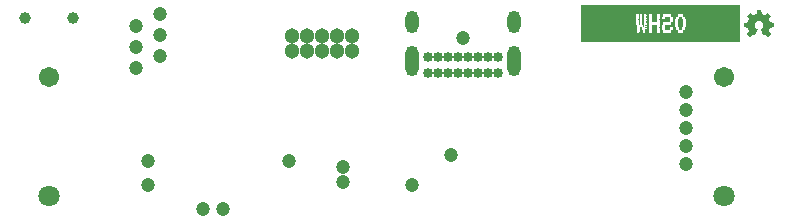
<source format=gbs>
G04*
G04 #@! TF.GenerationSoftware,Altium Limited,Altium Designer,19.1.5 (86)*
G04*
G04 Layer_Color=16711935*
%FSLAX25Y25*%
%MOIN*%
G70*
G01*
G75*
%ADD65C,0.03359*%
%ADD66O,0.04343X0.10249*%
%ADD67O,0.04343X0.07493*%
%ADD68C,0.05131*%
%ADD69C,0.06706*%
%ADD70C,0.07099*%
%ADD71C,0.03950*%
%ADD113C,0.04737*%
G36*
X286471Y204159D02*
X286486Y204122D01*
X286485Y204122D01*
X286712Y202939D01*
X286727Y202902D01*
X286751Y202892D01*
X287742Y202482D01*
X287766Y202471D01*
X287803Y202486D01*
X287802Y202488D01*
X288799Y203164D01*
X288836Y203179D01*
X288885Y203159D01*
Y203159D01*
X288881Y203155D01*
X289737Y202306D01*
X289757Y202257D01*
X289742Y202221D01*
X289741Y202222D01*
X289065Y201224D01*
X289050Y201188D01*
X289060Y201164D01*
X289471Y200172D01*
X289481Y200148D01*
X289517Y200133D01*
X289517Y200134D01*
X290701Y199907D01*
X290737Y199892D01*
X290757Y199844D01*
X290752D01*
X290757Y198638D01*
Y198638D01*
X290737Y198589D01*
X290701Y198574D01*
X290701Y198575D01*
X289517Y198348D01*
X289481Y198333D01*
X289471Y198309D01*
X289060Y197318D01*
X289050Y197293D01*
X289065Y197257D01*
X289066Y197257D01*
X289742Y196260D01*
X289757Y196224D01*
X289737Y196175D01*
X289734Y196179D01*
X288885Y195322D01*
X288836Y195302D01*
X288799Y195317D01*
X288800Y195318D01*
X287803Y195995D01*
X287766Y196010D01*
X287742Y196000D01*
X287288Y195812D01*
X287264Y195802D01*
X287215Y195822D01*
X287205Y195846D01*
X287205D01*
X286369Y197893D01*
X286360Y197917D01*
X286380Y197966D01*
X286402Y197975D01*
X286409Y197959D01*
X286824Y198236D01*
X287132Y198697D01*
X287240Y199241D01*
X287132Y199784D01*
X286824Y200245D01*
X286363Y200553D01*
X285819Y200661D01*
X285275Y200553D01*
X284814Y200245D01*
X284506Y199784D01*
X284398Y199241D01*
X284506Y198697D01*
X284814Y198236D01*
X285229Y197959D01*
X285236Y197975D01*
X285259Y197966D01*
X285279Y197917D01*
X285269Y197893D01*
X285269D01*
X284433Y195846D01*
X284423Y195822D01*
X284374Y195802D01*
X284350Y195812D01*
X283896Y196000D01*
X283872Y196010D01*
X283835Y195995D01*
X283836Y195994D01*
X282839Y195317D01*
X282802Y195302D01*
X282754Y195322D01*
X282757Y195326D01*
X281901Y196175D01*
X281881Y196224D01*
X281896Y196260D01*
X281897Y196259D01*
X282573Y197257D01*
X282588Y197293D01*
X282578Y197318D01*
X282168Y198309D01*
X282158Y198333D01*
X282121Y198348D01*
X282121Y198347D01*
X280938Y198574D01*
X280901Y198589D01*
X280881Y198638D01*
Y198638D01*
X280886Y198638D01*
X280881Y199844D01*
X280901Y199892D01*
X280938Y199907D01*
X280938Y199906D01*
X282121Y200133D01*
X282158Y200148D01*
X282168Y200172D01*
X282578Y201164D01*
X282588Y201188D01*
X282573Y201224D01*
X282572Y201224D01*
X281896Y202221D01*
X281881Y202257D01*
X281901Y202306D01*
X281905Y202302D01*
X282754Y203159D01*
X282802Y203179D01*
X282839Y203164D01*
X282838Y203163D01*
X283835Y202486D01*
X283872Y202471D01*
X283896Y202482D01*
X284887Y202892D01*
X284911Y202902D01*
X284927Y202939D01*
X284925Y202939D01*
X285152Y204122D01*
X285167Y204159D01*
X285216Y204179D01*
Y204174D01*
X286422Y204179D01*
X286471Y204159D01*
D02*
G37*
G36*
X279520Y193500D02*
X226519D01*
Y206000D01*
X279520D01*
Y193500D01*
D02*
G37*
%LPC*%
G36*
X257008Y202812D02*
X253898D01*
Y202805D01*
X253891Y202779D01*
X253885Y202741D01*
X253878Y202689D01*
X253872Y202630D01*
X253865Y202553D01*
X253859Y202468D01*
Y202371D01*
Y202358D01*
Y202332D01*
Y202280D01*
X253865Y202222D01*
Y202157D01*
X253872Y202080D01*
X253885Y202008D01*
X253898Y201937D01*
X253463D01*
Y201930D01*
X253457Y201905D01*
X253450Y201866D01*
X253437Y201814D01*
X253431Y201756D01*
X253425Y201678D01*
X253418Y201594D01*
Y202812D01*
Y201406D01*
X253425Y201347D01*
X253431Y201283D01*
X253437Y201205D01*
X253450Y201133D01*
X253463Y201062D01*
X254338D01*
Y201069D01*
X254345Y201095D01*
X254351Y201133D01*
X254358Y201185D01*
X254371Y201250D01*
X254377Y201321D01*
X254384Y201406D01*
Y201496D01*
Y201509D01*
Y201542D01*
Y201587D01*
X254377Y201652D01*
X254371Y201723D01*
X254364Y201794D01*
X254351Y201866D01*
X254338Y201937D01*
X256088D01*
Y201930D01*
X256081Y201905D01*
X256075Y201866D01*
X256062Y201814D01*
X256055Y201756D01*
X256049Y201678D01*
X256043Y201594D01*
Y201496D01*
Y201483D01*
Y201458D01*
Y201406D01*
X256049Y201347D01*
X256055Y201283D01*
X256062Y201205D01*
X256075Y201133D01*
X256088Y201062D01*
Y201056D01*
X256081Y201030D01*
X256075Y200991D01*
X256062Y200939D01*
X256055Y200881D01*
X256049Y200803D01*
X256043Y200719D01*
Y200622D01*
Y200609D01*
Y200583D01*
Y200531D01*
X256049Y200472D01*
X256055Y200408D01*
X256062Y200330D01*
X256075Y200259D01*
X256088Y200187D01*
X253898D01*
Y200181D01*
X253891Y200155D01*
X253885Y200116D01*
X253878Y200064D01*
X253872Y200006D01*
X253865Y199928D01*
X253859Y199844D01*
Y199747D01*
Y199734D01*
Y199708D01*
Y199656D01*
X253865Y199598D01*
Y199533D01*
X253872Y199455D01*
X253885Y199384D01*
X253898Y199313D01*
X253463D01*
Y199306D01*
X253457Y199280D01*
X253450Y199241D01*
X253437Y199189D01*
X253431Y199131D01*
X253425Y199053D01*
X253418Y198969D01*
Y198094D01*
Y198781D01*
X253425Y198723D01*
X253431Y198658D01*
X253437Y198580D01*
X253450Y198509D01*
X253463Y198438D01*
Y198431D01*
X253457Y198405D01*
X253450Y198366D01*
X253437Y198315D01*
X253431Y198256D01*
X253425Y198179D01*
X253418Y198094D01*
Y196688D01*
Y197906D01*
X253425Y197848D01*
X253431Y197783D01*
X253437Y197706D01*
X253450Y197634D01*
X253463Y197563D01*
X253898D01*
Y197556D01*
X253891Y197531D01*
X253885Y197492D01*
X253878Y197440D01*
X253872Y197382D01*
X253865Y197304D01*
X253859Y197220D01*
Y197122D01*
Y197109D01*
Y197083D01*
Y197032D01*
X253865Y196973D01*
Y196908D01*
X253872Y196831D01*
X253885Y196759D01*
X253898Y196688D01*
X253418D01*
X256522D01*
Y196695D01*
X256528Y196721D01*
X256535Y196759D01*
X256541Y196811D01*
X256554Y196876D01*
X256561Y196947D01*
X256567Y197032D01*
Y197122D01*
Y197135D01*
Y197168D01*
Y197213D01*
X256561Y197278D01*
X256554Y197349D01*
X256548Y197420D01*
X256535Y197492D01*
X256522Y197563D01*
X256963D01*
Y197570D01*
X256969Y197595D01*
X256976Y197634D01*
X256982Y197686D01*
X256995Y197751D01*
X257001Y197822D01*
X257008Y197906D01*
Y198088D01*
X257001Y198153D01*
X256995Y198224D01*
X256989Y198295D01*
X256976Y198366D01*
X256963Y198438D01*
X256088D01*
Y198431D01*
X256081Y198405D01*
X256075Y198366D01*
X256062Y198315D01*
X256055Y198256D01*
X256049Y198179D01*
X256043Y198094D01*
Y197997D01*
Y197984D01*
Y197958D01*
Y197906D01*
X256049Y197848D01*
X256055Y197783D01*
X256062Y197706D01*
X256075Y197634D01*
X256088Y197563D01*
X254338D01*
Y197570D01*
X254345Y197595D01*
X254351Y197634D01*
X254358Y197686D01*
X254371Y197751D01*
X254377Y197822D01*
X254384Y197906D01*
Y197997D01*
Y198010D01*
Y198043D01*
Y198088D01*
X254377Y198153D01*
X254371Y198224D01*
X254364Y198295D01*
X254351Y198366D01*
X254338Y198438D01*
Y198444D01*
X254345Y198470D01*
X254351Y198509D01*
X254358Y198561D01*
X254371Y198626D01*
X254377Y198697D01*
X254384Y198781D01*
Y198872D01*
Y198885D01*
Y198917D01*
Y198963D01*
X254377Y199028D01*
X254371Y199099D01*
X254364Y199170D01*
X254351Y199241D01*
X254338Y199313D01*
X256522D01*
Y199319D01*
X256528Y199345D01*
X256535Y199384D01*
X256541Y199436D01*
X256554Y199501D01*
X256561Y199572D01*
X256567Y199656D01*
Y199747D01*
Y199760D01*
Y199792D01*
Y199838D01*
X256561Y199902D01*
X256554Y199974D01*
X256548Y200045D01*
X256535Y200116D01*
X256522Y200187D01*
X256963D01*
Y200194D01*
X256969Y200220D01*
X256976Y200259D01*
X256982Y200310D01*
X256995Y200375D01*
X257001Y200447D01*
X257008Y200531D01*
Y200712D01*
X257001Y200777D01*
X256995Y200848D01*
X256989Y200920D01*
X256976Y200991D01*
X256963Y201062D01*
Y201069D01*
X256969Y201095D01*
X256976Y201133D01*
X256982Y201185D01*
X256995Y201250D01*
X257001Y201321D01*
X257008Y201406D01*
Y201185D01*
Y201587D01*
X257001Y201652D01*
X256995Y201723D01*
X256989Y201794D01*
X256976Y201866D01*
X256963Y201937D01*
X256522D01*
Y201943D01*
X256528Y201969D01*
X256535Y202008D01*
X256541Y202060D01*
X256554Y202125D01*
X256561Y202196D01*
X256567Y202280D01*
Y202371D01*
Y202384D01*
Y202416D01*
Y202462D01*
X256561Y202527D01*
X256554Y202598D01*
X256548Y202669D01*
X256535Y202741D01*
X256522Y202812D01*
X257008D01*
D02*
G37*
G36*
X252634D02*
X249044Y202812D01*
X249089D01*
Y202805D01*
X249083Y202779D01*
X249077Y202741D01*
X249063Y202689D01*
X249057Y202630D01*
X249050Y202553D01*
X249044Y202468D01*
Y201406D01*
X249050Y201347D01*
X249057Y201283D01*
X249063Y201205D01*
X249077Y201133D01*
X249089Y201062D01*
Y201056D01*
X249083Y201030D01*
X249077Y200991D01*
X249063Y200939D01*
X249057Y200881D01*
X249050Y200803D01*
X249044Y200719D01*
Y199902D01*
Y200531D01*
X249050Y200472D01*
X249057Y200408D01*
X249063Y200330D01*
X249077Y200259D01*
X249089Y200187D01*
Y200181D01*
X249083Y200155D01*
X249077Y200116D01*
X249063Y200064D01*
X249057Y200006D01*
X249050Y199928D01*
X249044Y199844D01*
Y199656D01*
X249050Y199598D01*
X249057Y199533D01*
X249063Y199455D01*
X249077Y199384D01*
X249089Y199313D01*
Y199306D01*
X249083Y199280D01*
X249077Y199241D01*
X249063Y199189D01*
X249057Y199131D01*
X249050Y199053D01*
X249044Y198969D01*
Y198153D01*
Y198781D01*
X249050Y198723D01*
X249057Y198658D01*
X249063Y198580D01*
X249077Y198509D01*
X249089Y198438D01*
Y198431D01*
X249083Y198405D01*
X249077Y198366D01*
X249063Y198315D01*
X249057Y198256D01*
X249050Y198179D01*
X249044Y198094D01*
Y197634D01*
Y197906D01*
X249050Y197848D01*
X249057Y197783D01*
X249063Y197705D01*
X249077Y197634D01*
X249089Y197563D01*
Y197556D01*
X249083Y197531D01*
X249077Y197492D01*
X249063Y197440D01*
X249057Y197381D01*
X249050Y197304D01*
X249044Y197220D01*
Y197304D01*
Y197032D01*
X249050Y196973D01*
X249057Y196908D01*
X249063Y196831D01*
X249077Y196759D01*
X249089Y196688D01*
X249964D01*
Y196695D01*
X249971Y196721D01*
X249977Y196759D01*
X249984Y196811D01*
X249997Y196876D01*
X250003Y196947D01*
X250010Y197032D01*
Y197122D01*
Y197135D01*
Y197168D01*
Y197213D01*
X250003Y197278D01*
X249997Y197349D01*
X249990Y197420D01*
X249977Y197492D01*
X249964Y197563D01*
Y197570D01*
X249971Y197595D01*
X249977Y197634D01*
X249984Y197686D01*
X249997Y197751D01*
X250003Y197822D01*
X250010Y197906D01*
Y197997D01*
Y198010D01*
Y198043D01*
Y198088D01*
X250003Y198153D01*
X249997Y198224D01*
X249990Y198295D01*
X249977Y198366D01*
X249964Y198438D01*
Y198444D01*
X249971Y198470D01*
X249977Y198509D01*
X249984Y198561D01*
X249997Y198626D01*
X250003Y198697D01*
X250010Y198781D01*
Y198872D01*
Y198885D01*
Y198917D01*
Y198963D01*
X250003Y199028D01*
X249997Y199099D01*
X249990Y199170D01*
X249977Y199241D01*
X249964Y199313D01*
X251714Y199313D01*
Y199306D01*
X251707Y199280D01*
X251701Y199241D01*
X251688Y199189D01*
X251681Y199131D01*
X251675Y199053D01*
X251669Y198969D01*
Y198872D01*
Y198859D01*
Y198833D01*
Y198781D01*
X251675Y198723D01*
X251681Y198658D01*
X251688Y198580D01*
X251701Y198509D01*
X251714Y198438D01*
Y198431D01*
X251707Y198405D01*
X251701Y198366D01*
X251688Y198315D01*
X251681Y198256D01*
X251675Y198179D01*
X251669Y198094D01*
Y197997D01*
Y197984D01*
Y197958D01*
Y197906D01*
X251675Y197848D01*
X251681Y197783D01*
X251688Y197706D01*
X251701Y197634D01*
X251714Y197563D01*
Y197556D01*
X251707Y197531D01*
X251701Y197492D01*
X251688Y197440D01*
X251681Y197382D01*
X251675Y197304D01*
X251669Y197220D01*
Y197122D01*
Y197109D01*
Y197083D01*
Y197032D01*
X251675Y196973D01*
X251681Y196908D01*
X251688Y196831D01*
X251701Y196759D01*
X251714Y196688D01*
X252589D01*
Y196695D01*
X252595Y196721D01*
X252602Y196759D01*
X252608Y196811D01*
X252621Y196876D01*
X252627Y196947D01*
X252634Y197032D01*
Y197213D01*
X252627Y197278D01*
X252621Y197349D01*
X252614Y197420D01*
X252602Y197492D01*
X252589Y197563D01*
Y197570D01*
X252595Y197595D01*
X252602Y197634D01*
X252608Y197686D01*
X252621Y197751D01*
X252627Y197822D01*
X252634Y197906D01*
Y198088D01*
X252627Y198153D01*
X252621Y198224D01*
X252614Y198295D01*
X252602Y198366D01*
X252589Y198438D01*
Y198444D01*
X252595Y198470D01*
X252602Y198509D01*
X252608Y198561D01*
X252621Y198626D01*
X252627Y198697D01*
X252634Y198781D01*
Y198963D01*
X252627Y199028D01*
X252621Y199099D01*
X252614Y199170D01*
X252602Y199241D01*
X252589Y199313D01*
Y199319D01*
X252595Y199345D01*
X252602Y199384D01*
X252608Y199436D01*
X252621Y199501D01*
X252627Y199572D01*
X252634Y199656D01*
Y199241D01*
Y199838D01*
X252627Y199902D01*
X252621Y199974D01*
X252614Y200045D01*
X252602Y200116D01*
X252589Y200187D01*
Y200194D01*
X252595Y200220D01*
X252602Y200259D01*
X252608Y200310D01*
X252621Y200375D01*
X252627Y200447D01*
X252634Y200531D01*
Y200712D01*
X252627Y200777D01*
X252621Y200848D01*
X252614Y200920D01*
X252602Y200991D01*
X252589Y201062D01*
Y201069D01*
X252595Y201095D01*
X252602Y201133D01*
X252608Y201185D01*
X252621Y201250D01*
X252627Y201321D01*
X252634Y201406D01*
Y201185D01*
Y201587D01*
X252627Y201652D01*
X252621Y201723D01*
X252614Y201794D01*
X252602Y201866D01*
X252589Y201937D01*
Y201943D01*
X252595Y201969D01*
X252602Y202008D01*
X252608Y202060D01*
X252621Y202125D01*
X252627Y202196D01*
X252634Y202280D01*
Y202462D01*
X252627Y202527D01*
X252621Y202598D01*
X252614Y202669D01*
X252602Y202741D01*
X252589Y202812D01*
X252634D01*
D01*
D02*
G37*
G36*
X248260Y202812D02*
X244670D01*
D01*
X244715D01*
Y202805D01*
X244709Y202779D01*
X244703Y202741D01*
X244689Y202689D01*
X244683Y202630D01*
X244676Y202553D01*
X244670Y202468D01*
Y201406D01*
X244676Y201347D01*
X244683Y201283D01*
X244689Y201205D01*
X244703Y201133D01*
X244715Y201062D01*
Y201056D01*
X244709Y201030D01*
X244703Y200991D01*
X244689Y200939D01*
X244683Y200881D01*
X244676Y200803D01*
X244670Y200719D01*
Y199844D01*
Y200531D01*
X244676Y200472D01*
X244683Y200408D01*
X244689Y200330D01*
X244703Y200259D01*
X244715Y200187D01*
Y200181D01*
X244709Y200155D01*
X244703Y200116D01*
X244689Y200064D01*
X244683Y200006D01*
X244676Y199928D01*
X244670Y199844D01*
Y199656D01*
X244676Y199598D01*
X244683Y199533D01*
X244689Y199455D01*
X244703Y199384D01*
X244715Y199313D01*
X245039D01*
Y199306D01*
X245033Y199280D01*
X245026Y199241D01*
X245020Y199189D01*
X245013Y199131D01*
X245007Y199053D01*
X245001Y198969D01*
Y198872D01*
Y198859D01*
Y198833D01*
Y198781D01*
X245007Y198723D01*
Y198658D01*
X245013Y198580D01*
X245026Y198509D01*
X245039Y198438D01*
Y198431D01*
X245033Y198405D01*
X245026Y198366D01*
X245020Y198315D01*
X245013Y198256D01*
X245007Y198179D01*
X245001Y198094D01*
Y197997D01*
Y197984D01*
Y197958D01*
Y197906D01*
X245007Y197848D01*
Y197783D01*
X245013Y197705D01*
X245026Y197634D01*
X245039Y197563D01*
X245260D01*
Y197556D01*
X245253Y197531D01*
X245247Y197492D01*
X245234Y197440D01*
X245227Y197381D01*
X245221Y197304D01*
X245214Y197220D01*
Y197122D01*
Y197109D01*
Y197083D01*
Y197032D01*
X245221Y196973D01*
X245227Y196908D01*
X245234Y196831D01*
X245247Y196759D01*
X245260Y196688D01*
X245914D01*
Y196695D01*
X245921Y196721D01*
X245927Y196759D01*
X245934Y196811D01*
X245947Y196876D01*
X245953Y196947D01*
X245960Y197032D01*
Y197122D01*
Y197135D01*
Y197168D01*
Y197213D01*
X245953Y197278D01*
X245947Y197349D01*
X245940Y197420D01*
X245927Y197492D01*
X245914Y197563D01*
X246134D01*
Y197570D01*
X246141Y197595D01*
X246147Y197634D01*
X246154Y197686D01*
X246167Y197751D01*
X246173Y197822D01*
X246180Y197906D01*
Y197997D01*
Y198010D01*
Y198043D01*
Y198088D01*
X246173Y198153D01*
X246167Y198224D01*
X246161Y198295D01*
X246147Y198366D01*
X246134Y198438D01*
X246796D01*
Y198431D01*
X246789Y198405D01*
X246782Y198366D01*
X246770Y198315D01*
X246763Y198256D01*
X246757Y198179D01*
X246750Y198094D01*
Y197997D01*
Y197984D01*
Y197958D01*
Y197906D01*
X246757Y197848D01*
X246763Y197783D01*
X246770Y197705D01*
X246782Y197634D01*
X246796Y197563D01*
X247009D01*
Y197556D01*
X247003Y197531D01*
X246996Y197492D01*
X246990Y197440D01*
X246983Y197381D01*
X246977Y197304D01*
X246971Y197220D01*
Y197122D01*
Y197109D01*
Y197083D01*
Y197032D01*
X246977Y196973D01*
Y196908D01*
X246983Y196831D01*
X246996Y196759D01*
X247009Y196688D01*
X247670D01*
Y196695D01*
X247677Y196721D01*
X247683Y196759D01*
X247690Y196811D01*
X247696Y196876D01*
X247703Y196947D01*
X247709Y197032D01*
Y197122D01*
Y197135D01*
Y197168D01*
Y197213D01*
X247703Y197278D01*
Y197349D01*
X247690Y197420D01*
X247683Y197492D01*
X247670Y197563D01*
X247884D01*
Y197570D01*
X247891Y197595D01*
X247897Y197634D01*
X247904Y197686D01*
X247917Y197751D01*
X247923Y197822D01*
X247930Y197906D01*
Y197997D01*
Y198010D01*
Y198043D01*
Y198088D01*
X247923Y198153D01*
X247917Y198224D01*
X247910Y198295D01*
X247897Y198366D01*
X247884Y198438D01*
Y198444D01*
X247891Y198470D01*
X247897Y198509D01*
X247904Y198561D01*
X247917Y198626D01*
X247923Y198697D01*
X247930Y198781D01*
Y198872D01*
Y198885D01*
Y198917D01*
Y198963D01*
X247923Y199028D01*
X247917Y199099D01*
X247910Y199170D01*
X247897Y199241D01*
X247884Y199313D01*
X248215D01*
Y199319D01*
X248221Y199345D01*
X248228Y199384D01*
X248234Y199436D01*
X248247Y199501D01*
X248253Y199572D01*
X248260Y199656D01*
Y197032D01*
Y199838D01*
X248253Y199902D01*
X248247Y199974D01*
X248240Y200045D01*
X248228Y200116D01*
X248215Y200187D01*
Y200194D01*
X248221Y200220D01*
X248228Y200259D01*
X248234Y200310D01*
X248247Y200375D01*
X248253Y200447D01*
X248260Y200531D01*
Y200712D01*
X248253Y200777D01*
X248247Y200848D01*
X248240Y200920D01*
X248228Y200991D01*
X248215Y201062D01*
Y201069D01*
X248221Y201095D01*
X248228Y201133D01*
X248234Y201185D01*
X248247Y201250D01*
X248253Y201321D01*
X248260Y201406D01*
Y201185D01*
Y201587D01*
X248253Y201652D01*
X248247Y201723D01*
X248240Y201794D01*
X248228Y201866D01*
X248215Y201937D01*
Y201943D01*
X248221Y201969D01*
X248228Y202008D01*
X248234Y202060D01*
X248247Y202125D01*
X248253Y202196D01*
X248260Y202280D01*
Y202462D01*
X248253Y202527D01*
X248247Y202598D01*
X248240Y202669D01*
X248228Y202741D01*
X248215Y202812D01*
X248260D01*
D01*
D02*
G37*
G36*
X260462Y202812D02*
X257792D01*
X258712D01*
Y202805D01*
X258706Y202779D01*
X258699Y202741D01*
X258686Y202689D01*
X258680Y202630D01*
X258673Y202553D01*
X258667Y202468D01*
Y202371D01*
Y202358D01*
Y202332D01*
Y202280D01*
X258673Y202222D01*
X258680Y202157D01*
X258686Y202080D01*
X258699Y202008D01*
X258712Y201937D01*
X258161D01*
Y201930D01*
X258155Y201905D01*
X258149Y201866D01*
X258142Y201814D01*
X258136Y201756D01*
X258129Y201678D01*
X258122Y201594D01*
Y201496D01*
Y201483D01*
Y201458D01*
Y201406D01*
X258129Y201347D01*
Y201283D01*
X258136Y201205D01*
X258149Y201133D01*
X258161Y201062D01*
X257837D01*
Y201056D01*
X257831Y201030D01*
X257824Y200991D01*
X257811Y200939D01*
X257805Y200881D01*
X257799Y200803D01*
X257792Y200719D01*
Y200777D01*
Y200531D01*
X257799Y200472D01*
X257805Y200408D01*
X257811Y200330D01*
X257824Y200259D01*
X257837Y200187D01*
Y200181D01*
X257831Y200155D01*
X257824Y200116D01*
X257811Y200064D01*
X257805Y200006D01*
X257799Y199928D01*
X257792Y199844D01*
Y199656D01*
X257799Y199598D01*
X257805Y199533D01*
X257811Y199455D01*
X257824Y199384D01*
X257837Y199313D01*
Y199306D01*
X257831Y199280D01*
X257824Y199241D01*
X257811Y199189D01*
X257805Y199131D01*
X257799Y199053D01*
X257792Y198969D01*
Y196688D01*
Y198781D01*
X257799Y198723D01*
X257805Y198658D01*
X257811Y198580D01*
X257824Y198509D01*
X257837Y198438D01*
X258161D01*
Y198431D01*
X258155Y198405D01*
X258149Y198366D01*
X258142Y198315D01*
X258136Y198256D01*
X258129Y198179D01*
X258122Y198094D01*
Y197997D01*
Y197984D01*
Y197958D01*
Y197906D01*
X258129Y197848D01*
Y197783D01*
X258136Y197706D01*
X258149Y197634D01*
X258161Y197563D01*
X258712D01*
Y197556D01*
X258706Y197531D01*
X258699Y197492D01*
X258686Y197440D01*
X258680Y197382D01*
X258673Y197304D01*
X258667Y197220D01*
Y197122D01*
Y197109D01*
Y197083D01*
Y197032D01*
X258673Y196973D01*
X258680Y196908D01*
X258686Y196831D01*
X258699Y196759D01*
X258712Y196688D01*
X261382D01*
X260462D01*
Y196695D01*
X260468Y196721D01*
X260475Y196759D01*
X260481Y196811D01*
X260494Y196876D01*
X260501Y196947D01*
X260507Y197032D01*
Y197122D01*
Y197135D01*
Y197168D01*
Y197213D01*
X260501Y197278D01*
X260494Y197349D01*
X260488Y197420D01*
X260475Y197492D01*
X260462Y197563D01*
X261006D01*
Y197570D01*
X261013Y197595D01*
X261019Y197634D01*
X261026Y197686D01*
X261038Y197751D01*
X261045Y197822D01*
X261052Y197906D01*
Y197997D01*
Y198010D01*
Y198043D01*
Y198088D01*
X261045Y198153D01*
X261038Y198224D01*
X261032Y198295D01*
X261019Y198366D01*
X261006Y198438D01*
X261337D01*
Y198444D01*
X261343Y198470D01*
X261350Y198509D01*
X261356Y198561D01*
X261369Y198626D01*
X261375Y198697D01*
X261382Y198781D01*
Y199028D01*
Y198963D01*
X261375Y199028D01*
X261369Y199099D01*
X261363Y199170D01*
X261350Y199241D01*
X261337Y199313D01*
Y199319D01*
X261343Y199345D01*
X261350Y199384D01*
X261356Y199436D01*
X261369Y199501D01*
X261375Y199572D01*
X261382Y199656D01*
Y199319D01*
Y199838D01*
X261375Y199902D01*
X261369Y199974D01*
X261363Y200045D01*
X261350Y200116D01*
X261337Y200187D01*
Y200194D01*
X261343Y200220D01*
X261350Y200259D01*
X261356Y200310D01*
X261369Y200375D01*
X261375Y200447D01*
X261382Y200531D01*
Y200719D01*
Y200712D01*
X261375Y200777D01*
X261369Y200848D01*
X261363Y200920D01*
X261350Y200991D01*
X261337Y201062D01*
X261006D01*
Y201069D01*
X261013Y201095D01*
X261019Y201133D01*
X261026Y201185D01*
X261038Y201250D01*
X261045Y201321D01*
X261052Y201406D01*
Y201496D01*
Y201509D01*
Y201542D01*
Y201587D01*
X261045Y201652D01*
X261038Y201723D01*
X261032Y201794D01*
X261019Y201866D01*
X261006Y201937D01*
X260462D01*
Y201943D01*
X260468Y201969D01*
X260475Y202008D01*
X260481Y202060D01*
X260494Y202125D01*
X260501Y202196D01*
X260507Y202280D01*
Y202371D01*
Y202384D01*
Y202416D01*
Y202462D01*
X260501Y202527D01*
X260494Y202598D01*
X260488Y202669D01*
X260475Y202741D01*
X260462Y202812D01*
D02*
G37*
%LPD*%
G36*
X249050Y202222D02*
X249057Y202157D01*
X249063Y202080D01*
X249077Y202008D01*
X249089Y201937D01*
Y201930D01*
X249083Y201905D01*
X249077Y201866D01*
X249063Y201814D01*
X249057Y201755D01*
X249050Y201678D01*
X249044Y201594D01*
Y202280D01*
X249050Y202222D01*
D02*
G37*
G36*
X251714Y202805D02*
X251707Y202779D01*
X251701Y202741D01*
X251688Y202689D01*
X251681Y202630D01*
X251675Y202553D01*
X251669Y202468D01*
Y202371D01*
Y202358D01*
Y202332D01*
Y202280D01*
X251675Y202222D01*
X251681Y202157D01*
X251688Y202080D01*
X251701Y202008D01*
X251714Y201937D01*
Y201930D01*
X251707Y201905D01*
X251701Y201866D01*
X251688Y201814D01*
X251681Y201756D01*
X251675Y201678D01*
X251669Y201594D01*
Y201496D01*
Y201483D01*
Y201458D01*
Y201406D01*
X251675Y201347D01*
X251681Y201283D01*
X251688Y201205D01*
X251701Y201133D01*
X251714Y201062D01*
Y201056D01*
X251707Y201030D01*
X251701Y200991D01*
X251688Y200939D01*
X251681Y200881D01*
X251675Y200803D01*
X251669Y200719D01*
Y200622D01*
Y200609D01*
Y200583D01*
Y200531D01*
X251675Y200472D01*
X251681Y200408D01*
X251688Y200330D01*
X251701Y200259D01*
X251714Y200187D01*
X249964Y200187D01*
Y200194D01*
X249971Y200220D01*
X249977Y200259D01*
X249984Y200310D01*
X249997Y200375D01*
X250003Y200447D01*
X250010Y200531D01*
Y200622D01*
Y200635D01*
Y200667D01*
Y200712D01*
X250003Y200777D01*
X249997Y200848D01*
X249990Y200920D01*
X249977Y200991D01*
X249964Y201062D01*
Y201069D01*
X249971Y201095D01*
X249977Y201133D01*
X249984Y201185D01*
X249997Y201250D01*
X250003Y201321D01*
X250010Y201406D01*
Y201496D01*
Y201509D01*
Y201542D01*
Y201587D01*
X250003Y201652D01*
X249997Y201723D01*
X249990Y201794D01*
X249977Y201866D01*
X249964Y201937D01*
Y201943D01*
X249971Y201969D01*
X249977Y202008D01*
X249984Y202060D01*
X249997Y202125D01*
X250003Y202196D01*
X250010Y202280D01*
Y202371D01*
Y202384D01*
Y202416D01*
Y202462D01*
X250003Y202527D01*
X249997Y202598D01*
X249990Y202669D01*
X249977Y202741D01*
X249964Y202812D01*
X251714Y202812D01*
Y202805D01*
D02*
G37*
G36*
X244676Y202222D02*
X244683Y202157D01*
X244689Y202080D01*
X244703Y202008D01*
X244715Y201937D01*
Y201930D01*
X244709Y201905D01*
X244703Y201866D01*
X244689Y201814D01*
X244683Y201755D01*
X244676Y201678D01*
X244670Y201594D01*
Y202280D01*
X244676Y202222D01*
D02*
G37*
G36*
X247340Y202805D02*
X247333Y202779D01*
X247327Y202741D01*
X247314Y202689D01*
X247307Y202630D01*
X247301Y202553D01*
X247294Y202468D01*
Y202371D01*
Y202358D01*
Y202332D01*
Y202280D01*
X247301Y202222D01*
X247307Y202157D01*
X247314Y202080D01*
X247327Y202008D01*
X247340Y201937D01*
Y201930D01*
X247333Y201905D01*
X247327Y201866D01*
X247314Y201814D01*
X247307Y201755D01*
X247301Y201678D01*
X247294Y201594D01*
Y201496D01*
Y201483D01*
Y201458D01*
Y201406D01*
X247301Y201347D01*
X247307Y201283D01*
X247314Y201205D01*
X247327Y201133D01*
X247340Y201062D01*
Y201056D01*
X247333Y201030D01*
X247327Y200991D01*
X247314Y200939D01*
X247307Y200881D01*
X247301Y200803D01*
X247294Y200719D01*
Y200622D01*
Y200609D01*
Y200583D01*
Y200531D01*
X247301Y200472D01*
X247307Y200408D01*
X247314Y200330D01*
X247327Y200259D01*
X247340Y200187D01*
Y200181D01*
X247333Y200155D01*
X247327Y200116D01*
X247314Y200064D01*
X247307Y200006D01*
X247301Y199928D01*
X247294Y199844D01*
Y199747D01*
Y199734D01*
Y199708D01*
Y199656D01*
X247301Y199598D01*
X247307Y199533D01*
X247314Y199455D01*
X247327Y199384D01*
X247340Y199313D01*
Y199306D01*
X247333Y199280D01*
X247327Y199241D01*
X247314Y199189D01*
X247307Y199131D01*
X247301Y199053D01*
X247294Y198969D01*
Y198872D01*
Y198859D01*
Y198833D01*
Y198781D01*
X247301Y198723D01*
X247307Y198658D01*
X247314Y198580D01*
X247327Y198509D01*
X247340Y198438D01*
X247009D01*
Y198444D01*
X247016Y198470D01*
X247022Y198509D01*
X247029Y198561D01*
X247042Y198626D01*
X247048Y198697D01*
X247055Y198781D01*
Y198872D01*
Y198885D01*
Y198917D01*
Y198963D01*
X247048Y199028D01*
X247042Y199099D01*
X247035Y199170D01*
X247022Y199241D01*
X247009Y199313D01*
X246796D01*
Y199319D01*
X246802Y199345D01*
X246809Y199384D01*
X246815Y199436D01*
X246821Y199501D01*
X246828Y199572D01*
X246834Y199656D01*
Y199747D01*
Y199760D01*
Y199792D01*
Y199838D01*
X246828Y199902D01*
Y199974D01*
X246815Y200045D01*
X246809Y200116D01*
X246796Y200187D01*
Y200194D01*
X246802Y200220D01*
X246809Y200259D01*
X246815Y200310D01*
X246821Y200375D01*
X246828Y200447D01*
X246834Y200531D01*
Y200622D01*
Y200635D01*
Y200667D01*
Y200712D01*
X246828Y200777D01*
Y200848D01*
X246815Y200920D01*
X246809Y200991D01*
X246796Y201062D01*
Y201069D01*
X246802Y201095D01*
X246809Y201133D01*
X246815Y201185D01*
X246821Y201250D01*
X246828Y201321D01*
X246834Y201406D01*
Y201496D01*
Y201509D01*
Y201542D01*
Y201587D01*
X246828Y201652D01*
Y201723D01*
X246815Y201794D01*
X246809Y201866D01*
X246796Y201937D01*
Y201943D01*
X246802Y201969D01*
X246809Y202008D01*
X246815Y202060D01*
X246821Y202125D01*
X246828Y202196D01*
X246834Y202280D01*
Y202371D01*
Y202384D01*
Y202416D01*
Y202462D01*
X246828Y202527D01*
Y202598D01*
X246815Y202669D01*
X246809Y202741D01*
X246796Y202812D01*
X247340D01*
Y202805D01*
D02*
G37*
G36*
X246134D02*
X246128Y202779D01*
X246122Y202741D01*
X246115Y202689D01*
X246109Y202630D01*
X246102Y202553D01*
X246096Y202468D01*
Y202371D01*
Y202358D01*
Y202332D01*
Y202280D01*
X246102Y202222D01*
Y202157D01*
X246109Y202080D01*
X246122Y202008D01*
X246134Y201937D01*
Y201930D01*
X246128Y201905D01*
X246122Y201866D01*
X246115Y201814D01*
X246109Y201755D01*
X246102Y201678D01*
X246096Y201594D01*
Y201496D01*
Y201483D01*
Y201458D01*
Y201406D01*
X246102Y201347D01*
Y201283D01*
X246109Y201205D01*
X246122Y201133D01*
X246134Y201062D01*
Y201056D01*
X246128Y201030D01*
X246122Y200991D01*
X246115Y200939D01*
X246109Y200881D01*
X246102Y200803D01*
X246096Y200719D01*
Y200622D01*
Y200609D01*
Y200583D01*
Y200531D01*
X246102Y200472D01*
Y200408D01*
X246109Y200330D01*
X246122Y200259D01*
X246134Y200187D01*
Y200181D01*
X246128Y200155D01*
X246122Y200116D01*
X246115Y200064D01*
X246109Y200006D01*
X246102Y199928D01*
X246096Y199844D01*
Y199747D01*
Y199734D01*
Y199708D01*
Y199656D01*
X246102Y199598D01*
Y199533D01*
X246109Y199455D01*
X246122Y199384D01*
X246134Y199313D01*
X245914D01*
Y199306D01*
X245908Y199280D01*
X245901Y199241D01*
X245895Y199189D01*
X245888Y199131D01*
X245882Y199053D01*
X245875Y198969D01*
Y198872D01*
Y198859D01*
Y198833D01*
Y198781D01*
X245882Y198723D01*
Y198658D01*
X245888Y198580D01*
X245901Y198509D01*
X245914Y198438D01*
X245590D01*
Y198444D01*
X245597Y198470D01*
X245603Y198509D01*
X245610Y198561D01*
X245623Y198626D01*
X245629Y198697D01*
X245636Y198781D01*
Y198872D01*
Y198885D01*
Y198917D01*
Y198963D01*
X245629Y199028D01*
X245623Y199099D01*
X245616Y199170D01*
X245603Y199241D01*
X245590Y199313D01*
Y199319D01*
X245597Y199345D01*
X245603Y199384D01*
X245610Y199436D01*
X245623Y199501D01*
X245629Y199572D01*
X245636Y199656D01*
Y199747D01*
Y199760D01*
Y199792D01*
Y199838D01*
X245629Y199902D01*
X245623Y199974D01*
X245616Y200045D01*
X245603Y200116D01*
X245590Y200187D01*
Y200194D01*
X245597Y200220D01*
X245603Y200259D01*
X245610Y200310D01*
X245623Y200375D01*
X245629Y200447D01*
X245636Y200531D01*
Y200622D01*
Y200635D01*
Y200667D01*
Y200712D01*
X245629Y200777D01*
X245623Y200848D01*
X245616Y200920D01*
X245603Y200991D01*
X245590Y201062D01*
Y201069D01*
X245597Y201095D01*
X245603Y201133D01*
X245610Y201185D01*
X245623Y201250D01*
X245629Y201321D01*
X245636Y201406D01*
Y201496D01*
Y201509D01*
Y201542D01*
Y201587D01*
X245629Y201652D01*
X245623Y201723D01*
X245616Y201794D01*
X245603Y201866D01*
X245590Y201937D01*
Y201943D01*
X245597Y201969D01*
X245603Y202008D01*
X245610Y202060D01*
X245623Y202125D01*
X245629Y202196D01*
X245636Y202280D01*
Y202371D01*
Y202384D01*
Y202416D01*
Y202462D01*
X245629Y202527D01*
X245623Y202598D01*
X245616Y202669D01*
X245603Y202741D01*
X245590Y202812D01*
X246134D01*
Y202805D01*
D02*
G37*
G36*
X260131Y201930D02*
X260125Y201905D01*
X260118Y201866D01*
X260112Y201814D01*
X260105Y201756D01*
X260099Y201678D01*
X260092Y201594D01*
Y201496D01*
Y201483D01*
Y201458D01*
Y201406D01*
X260099Y201347D01*
Y201283D01*
X260105Y201205D01*
X260118Y201133D01*
X260131Y201062D01*
X260462D01*
Y201056D01*
X260455Y201030D01*
X260449Y200991D01*
X260436Y200939D01*
X260429Y200881D01*
X260423Y200803D01*
X260417Y200719D01*
Y200622D01*
Y200609D01*
Y200583D01*
Y200531D01*
X260423Y200472D01*
X260429Y200408D01*
X260436Y200330D01*
X260449Y200259D01*
X260462Y200187D01*
Y200181D01*
X260455Y200155D01*
X260449Y200116D01*
X260436Y200064D01*
X260429Y200006D01*
X260423Y199928D01*
X260417Y199844D01*
Y199747D01*
Y199734D01*
Y199708D01*
Y199656D01*
X260423Y199598D01*
X260429Y199533D01*
X260436Y199455D01*
X260449Y199384D01*
X260462Y199313D01*
Y199306D01*
X260455Y199280D01*
X260449Y199241D01*
X260436Y199189D01*
X260429Y199131D01*
X260423Y199053D01*
X260417Y198969D01*
Y198872D01*
Y198859D01*
Y198833D01*
Y198781D01*
X260423Y198723D01*
X260429Y198658D01*
X260436Y198580D01*
X260449Y198509D01*
X260462Y198438D01*
X260131D01*
Y198431D01*
X260125Y198405D01*
X260118Y198366D01*
X260112Y198315D01*
X260105Y198256D01*
X260099Y198179D01*
X260092Y198094D01*
Y197997D01*
Y197984D01*
Y197958D01*
Y197906D01*
X260099Y197848D01*
Y197783D01*
X260105Y197706D01*
X260118Y197634D01*
X260131Y197563D01*
X259036D01*
Y197570D01*
X259043Y197595D01*
X259049Y197634D01*
X259056Y197686D01*
X259069Y197751D01*
X259075Y197822D01*
X259082Y197906D01*
Y197997D01*
Y198010D01*
Y198043D01*
Y198088D01*
X259075Y198153D01*
X259069Y198224D01*
X259062Y198295D01*
X259049Y198366D01*
X259036Y198438D01*
X258712D01*
Y198444D01*
X258719Y198470D01*
X258725Y198509D01*
X258732Y198561D01*
X258745Y198626D01*
X258751Y198697D01*
X258758Y198781D01*
Y198872D01*
Y198885D01*
Y198917D01*
Y198963D01*
X258751Y199028D01*
X258745Y199099D01*
X258738Y199170D01*
X258725Y199241D01*
X258712Y199313D01*
Y199319D01*
X258719Y199345D01*
X258725Y199384D01*
X258732Y199436D01*
X258745Y199501D01*
X258751Y199572D01*
X258758Y199656D01*
Y199747D01*
Y199760D01*
Y199792D01*
Y199838D01*
X258751Y199902D01*
X258745Y199974D01*
X258738Y200045D01*
X258725Y200116D01*
X258712Y200187D01*
Y200194D01*
X258719Y200220D01*
X258725Y200259D01*
X258732Y200310D01*
X258745Y200375D01*
X258751Y200447D01*
X258758Y200531D01*
Y200622D01*
Y200635D01*
Y200667D01*
Y200712D01*
X258751Y200777D01*
X258745Y200848D01*
X258738Y200920D01*
X258725Y200991D01*
X258712Y201062D01*
X259036D01*
Y201069D01*
X259043Y201095D01*
X259049Y201133D01*
X259056Y201185D01*
X259069Y201250D01*
X259075Y201321D01*
X259082Y201406D01*
Y201496D01*
Y201509D01*
Y201542D01*
Y201587D01*
X259075Y201652D01*
X259069Y201723D01*
X259062Y201794D01*
X259049Y201866D01*
X259036Y201937D01*
X260131D01*
Y201930D01*
D02*
G37*
D65*
X175461Y188500D02*
D03*
X178807D02*
D03*
X182153D02*
D03*
X185500D02*
D03*
X188847D02*
D03*
X192193D02*
D03*
X195539D02*
D03*
X198886D02*
D03*
Y183185D02*
D03*
X195539D02*
D03*
X192193D02*
D03*
X188847D02*
D03*
X185500D02*
D03*
X182153D02*
D03*
X178807D02*
D03*
X175461D02*
D03*
D66*
X204201Y187043D02*
D03*
X170146D02*
D03*
D67*
X204201Y200350D02*
D03*
X170146D02*
D03*
D68*
X150000Y195500D02*
D03*
Y190500D02*
D03*
X145000Y195500D02*
D03*
Y190500D02*
D03*
X140000Y195500D02*
D03*
Y190500D02*
D03*
X135000Y195500D02*
D03*
Y190500D02*
D03*
X130000Y195500D02*
D03*
Y190500D02*
D03*
D69*
X274000Y181850D02*
D03*
X49000D02*
D03*
D70*
X274000Y142087D02*
D03*
X49000D02*
D03*
D71*
X41028Y201650D02*
D03*
X56972D02*
D03*
D113*
X129000Y154000D02*
D03*
X187000Y195000D02*
D03*
X147000Y152000D02*
D03*
X82000Y154000D02*
D03*
X147000Y146800D02*
D03*
X82000Y146000D02*
D03*
X261500Y165000D02*
D03*
Y171000D02*
D03*
Y177000D02*
D03*
Y153000D02*
D03*
X78000Y199000D02*
D03*
X86000Y203000D02*
D03*
X100500Y138000D02*
D03*
X107000D02*
D03*
X78000Y185000D02*
D03*
X86000Y189000D02*
D03*
X78000Y192000D02*
D03*
X86000Y196000D02*
D03*
X170000Y146000D02*
D03*
X261500Y159000D02*
D03*
X183000Y156000D02*
D03*
M02*

</source>
